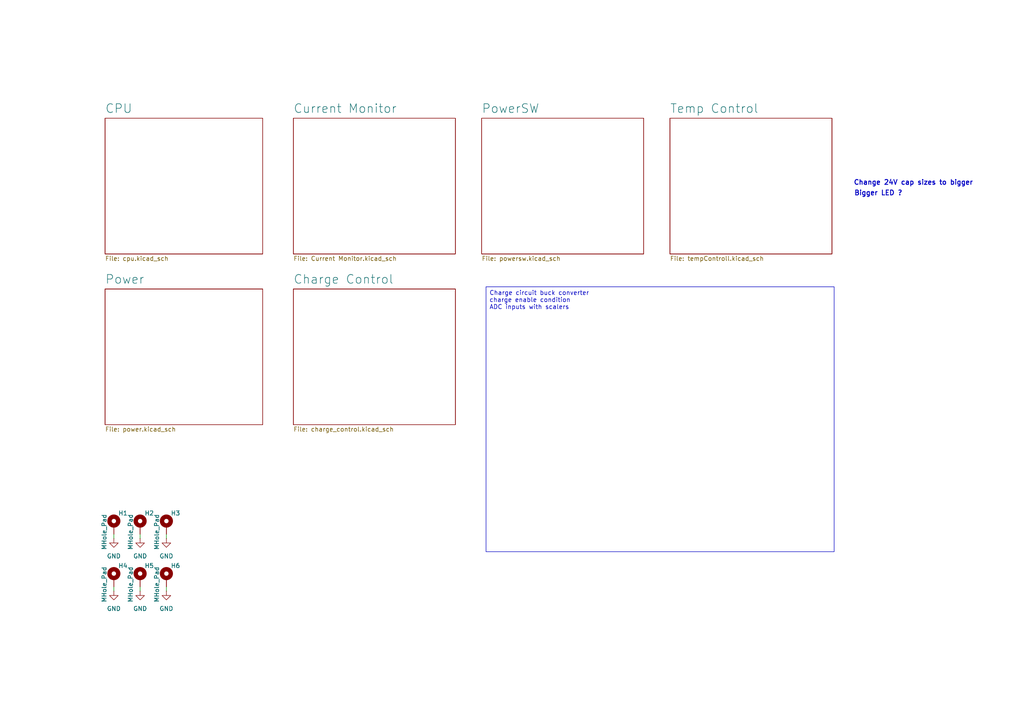
<source format=kicad_sch>
(kicad_sch (version 20250114) (generator "eeschema") (generator_version "9.0")
  (paper "A4")
  (lib_symbols
    (symbol "Mechanical:MountingHole_Pad" (pin_numbers (hide yes)) (pin_names (offset 1.016) (hide yes)) (in_bom no)
      (property "Reference" "H" (at 0 6.35 0))
      (property "Value" "MountingHole_Pad" (at 0 4.445 0))
      (symbol "MountingHole_Pad_0_1"
        (circle (center 0 1.27) (radius 1.27) (stroke (width 1.27)))
      )
      (symbol "MountingHole_Pad_1_1"
        (pin input line (at 0 -2.54 90) (length 2.54) (name "1") (number "1"))
      )
    )
    (symbol "power:GND" (power) (pin_numbers (hide yes)) (pin_names (offset 0) (hide yes))
      (property "Value" "GND" (at 0 -3.81 0))
      (symbol "GND_0_1"
        (polyline (pts (xy 0 0) (xy 0 -1.27) (xy 1.27 -1.27) (xy 0 -2.54) (xy -1.27 -1.27) (xy 0 -1.27)))
      )
      (symbol "GND_1_1"
        (pin power_in line (at 0 0 270) (length 0) (name "~") (number "1"))
      )
    )
  )
  (text "Change 24V cap sizes to bigger\n" (at 264.922 53.086 0) (effects (font (size 1.397 1.397) (thickness 0.254) (bold yes))))
  (text "Bigger LED ?" (at 254.762 56.134 0) (effects (font (size 1.397 1.397) (thickness 0.254) (bold yes))))
  (text_box "Charge circuit buck converter\ncharge enable condition\nADC inputs with scalers" (at 140.97 83.185 0) (size 100.965 76.835) (margins 0.9525 0.9525 0.9525 0.9525) (effects (font (size 1.27 1.27)) (justify left top)))
  (wire (pts (xy 33.02 154.94) (xy 33.02 156.21)))
  (wire (pts (xy 40.64 154.94) (xy 40.64 156.21)))
  (wire (pts (xy 33.02 170.18) (xy 33.02 171.45)))
  (wire (pts (xy 40.64 170.18) (xy 40.64 171.45)))
  (wire (pts (xy 48.26 170.18) (xy 48.26 171.45)))
  (wire (pts (xy 48.26 154.94) (xy 48.26 156.21)))
  (symbol (lib_id "Mechanical:MountingHole_Pad") (at 33.02 152.4 0) (unit 1) (in_bom no)
    (property "Reference" "H1" (at 34.29 148.844 0) (effects (justify left)))
    (property "Value" "MHole_Pad" (at 30.226 159.512 90) (effects (justify left)))
    (property "Footprint" "MountingHole:MountingHole_2.5mm_Pad_Via" (effects (hide yes)))
    (property "Description" "Mounting Hole with connection" (effects (hide yes)))
  )
  (symbol (lib_id "Mechanical:MountingHole_Pad") (at 40.64 167.64 0) (unit 1) (in_bom no)
    (property "Reference" "H5" (at 41.91 164.084 0) (effects (justify left)))
    (property "Value" "MHole_Pad" (at 37.846 174.752 90) (effects (justify left)))
    (property "Footprint" "MountingHole:MountingHole_2.5mm_Pad_Via" (effects (hide yes)))
    (property "Description" "Mounting Hole with connection" (effects (hide yes)))
  )
  (symbol (lib_id "power:GND") (at 48.26 156.21 0) (unit 1)
    (property "Reference" "#PWR0113" (effects (hide yes)))
    (property "Value" "GND" (at 48.26 161.29 0))
    (property "Description" "Power symbol creates a global label with name \"GND\" , ground" (effects (hide yes)))
  )
  (symbol (lib_id "power:GND") (at 40.64 171.45 0) (unit 1)
    (property "Reference" "#PWR0115" (effects (hide yes)))
    (property "Value" "GND" (at 40.64 176.53 0))
    (property "Description" "Power symbol creates a global label with name \"GND\" , ground" (effects (hide yes)))
  )
  (symbol (lib_id "Mechanical:MountingHole_Pad") (at 33.02 167.64 0) (unit 1) (in_bom no)
    (property "Reference" "H4" (at 34.29 164.084 0) (effects (justify left)))
    (property "Value" "MHole_Pad" (at 30.226 174.752 90) (effects (justify left)))
    (property "Footprint" "MountingHole:MountingHole_2.5mm_Pad_Via" (effects (hide yes)))
    (property "Description" "Mounting Hole with connection" (effects (hide yes)))
  )
  (symbol (lib_id "power:GND") (at 48.26 171.45 0) (unit 1)
    (property "Reference" "#PWR0116" (effects (hide yes)))
    (property "Value" "GND" (at 48.26 176.53 0))
    (property "Description" "Power symbol creates a global label with name \"GND\" , ground" (effects (hide yes)))
  )
  (symbol (lib_id "Mechanical:MountingHole_Pad") (at 48.26 152.4 0) (unit 1) (in_bom no)
    (property "Reference" "H3" (at 49.53 148.844 0) (effects (justify left)))
    (property "Value" "MHole_Pad" (at 45.466 159.512 90) (effects (justify left)))
    (property "Footprint" "MountingHole:MountingHole_2.5mm_Pad_Via" (effects (hide yes)))
    (property "Description" "Mounting Hole with connection" (effects (hide yes)))
  )
  (symbol (lib_id "Mechanical:MountingHole_Pad") (at 48.26 167.64 0) (unit 1) (in_bom no)
    (property "Reference" "H6" (at 49.53 164.084 0) (effects (justify left)))
    (property "Value" "MHole_Pad" (at 45.466 174.752 90) (effects (justify left)))
    (property "Footprint" "MountingHole:MountingHole_2.5mm_Pad_Via" (effects (hide yes)))
    (property "Description" "Mounting Hole with connection" (effects (hide yes)))
  )
  (symbol (lib_id "power:GND") (at 33.02 171.45 0) (unit 1)
    (property "Reference" "#PWR0114" (effects (hide yes)))
    (property "Value" "GND" (at 33.02 176.53 0))
    (property "Description" "Power symbol creates a global label with name \"GND\" , ground" (effects (hide yes)))
  )
  (symbol (lib_id "power:GND") (at 33.02 156.21 0) (unit 1)
    (property "Reference" "#PWR0111" (effects (hide yes)))
    (property "Value" "GND" (at 33.02 161.29 0))
    (property "Description" "Power symbol creates a global label with name \"GND\" , ground" (effects (hide yes)))
  )
  (symbol (lib_id "Mechanical:MountingHole_Pad") (at 40.64 152.4 0) (unit 1) (in_bom no)
    (property "Reference" "H2" (at 41.91 148.844 0) (effects (justify left)))
    (property "Value" "MHole_Pad" (at 37.846 159.512 90) (effects (justify left)))
    (property "Footprint" "MountingHole:MountingHole_2.5mm_Pad_Via" (effects (hide yes)))
    (property "Description" "Mounting Hole with connection" (effects (hide yes)))
  )
  (symbol (lib_id "power:GND") (at 40.64 156.21 0) (unit 1)
    (property "Reference" "#PWR0112" (effects (hide yes)))
    (property "Value" "GND" (at 40.64 161.29 0))
    (property "Description" "Power symbol creates a global label with name \"GND\" , ground" (effects (hide yes)))
  )
  (sheet (at 30.48 83.82) (size 45.72 39.37) (stroke (width 0.1524))
    (property "Sheetname" "Power" (at 30.48 82.4734 0) (effects (font (size 2.54 2.54)) (justify left bottom)))
    (property "Sheetfile" "power.kicad_sch" (at 30.48 123.7746 0) (effects (justify left top)))
  )
  (sheet (at 139.7 34.29) (size 46.99 39.37) (stroke (width 0.1524))
    (property "Sheetname" "PowerSW" (at 139.7 32.9434 0) (effects (font (size 2.54 2.54)) (justify left bottom)))
    (property "Sheetfile" "powersw.kicad_sch" (at 139.7 74.2446 0) (effects (justify left top)))
  )
  (sheet (at 194.31 34.29) (size 46.99 39.37) (stroke (width 0.1524))
    (property "Sheetname" "Temp Control" (at 194.31 32.9434 0) (effects (font (size 2.54 2.54)) (justify left bottom)))
    (property "Sheetfile" "tempControll.kicad_sch" (at 194.31 74.2446 0) (effects (justify left top)))
  )
  (sheet (at 85.09 34.29) (size 46.99 39.37) (stroke (width 0.1524))
    (property "Sheetname" "Current Monitor" (at 85.09 32.9434 0) (effects (font (size 2.54 2.54)) (justify left bottom)))
    (property "Sheetfile" "Current Monitor.kicad_sch" (at 85.09 74.2446 0) (effects (justify left top)))
  )
  (sheet (at 85.09 83.82) (size 46.99 39.37) (stroke (width 0.1524))
    (property "Sheetname" "Charge Control" (at 85.09 82.4734 0) (effects (font (size 2.54 2.54)) (justify left bottom)))
    (property "Sheetfile" "charge_control.kicad_sch" (at 85.09 123.7746 0) (effects (justify left top)))
  )
  (sheet (at 30.48 34.29) (size 45.72 39.37) (stroke (width 0.1524))
    (property "Sheetname" "CPU" (at 30.48 32.9434 0) (effects (font (size 2.54 2.54)) (justify left bottom)))
    (property "Sheetfile" "cpu.kicad_sch" (at 30.48 74.2446 0) (effects (justify left top)))
  )
)
</source>
